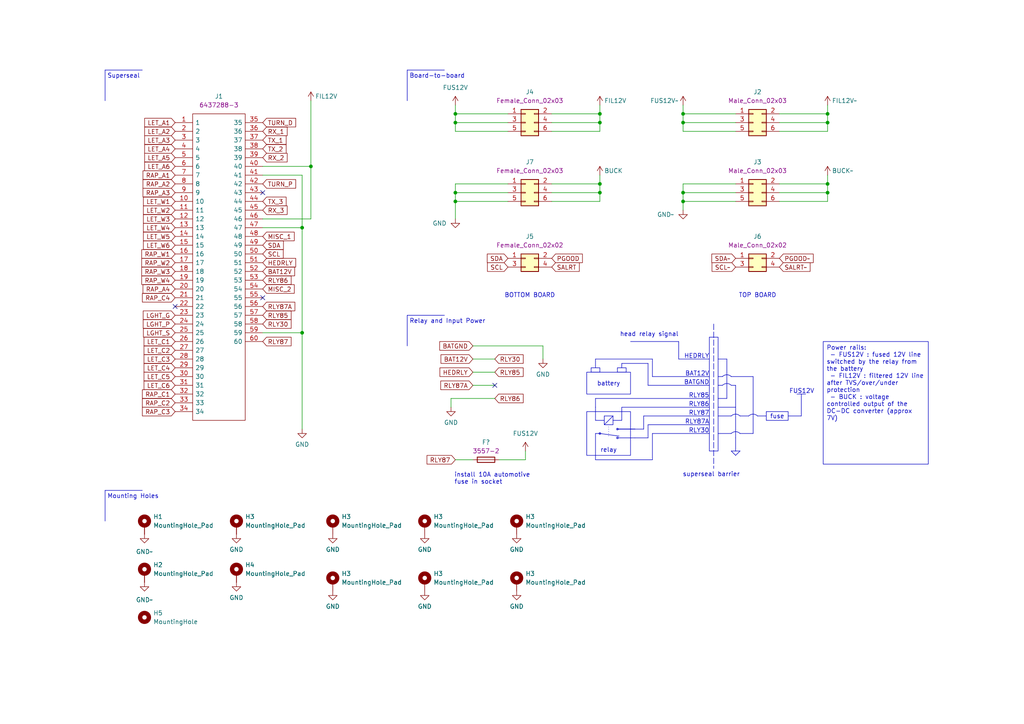
<source format=kicad_sch>
(kicad_sch (version 20230121) (generator eeschema)
  (paper "A4")
  (lib_symbols
    (symbol "Connector_Generic:Conn_02x02_Odd_Even" (pin_names (offset 1.016) hide)
      (property "Reference" "J" (at 1.27 2.54 0))
      (property "Value" "Conn_02x02_Odd_Even" (at 1.27 -5.08 0))
      (symbol "Conn_02x02_Odd_Even_1_1"
        (rectangle (start -1.27 -2.413) (end 0 -2.667) (stroke (width 0.1524)))
        (rectangle (start -1.27 0.127) (end 0 -0.127) (stroke (width 0.1524)))
        (rectangle (start -1.27 1.27) (end 3.81 -3.81) (stroke (width 0.254)) (fill (type background)))
        (rectangle (start 3.81 -2.413) (end 2.54 -2.667) (stroke (width 0.1524)))
        (rectangle (start 3.81 0.127) (end 2.54 -0.127) (stroke (width 0.1524)))
        (pin passive line (at -5.08 0 0) (length 3.81) (name "Pin_1") (number "1"))
        (pin passive line (at 7.62 0 180) (length 3.81) (name "Pin_2") (number "2"))
        (pin passive line (at -5.08 -2.54 0) (length 3.81) (name "Pin_3") (number "3"))
        (pin passive line (at 7.62 -2.54 180) (length 3.81) (name "Pin_4") (number "4"))
      )
    )
    (symbol "Connector_Generic:Conn_02x03_Odd_Even" (pin_names (offset 1.016) hide)
      (property "Reference" "J" (at 1.27 5.08 0))
      (property "Value" "Conn_02x03_Odd_Even" (at 1.27 -5.08 0))
      (symbol "Conn_02x03_Odd_Even_1_1"
        (rectangle (start -1.27 -2.413) (end 0 -2.667) (stroke (width 0.1524)))
        (rectangle (start -1.27 0.127) (end 0 -0.127) (stroke (width 0.1524)))
        (rectangle (start -1.27 2.667) (end 0 2.413) (stroke (width 0.1524)))
        (rectangle (start -1.27 3.81) (end 3.81 -3.81) (stroke (width 0.254)) (fill (type background)))
        (rectangle (start 3.81 -2.413) (end 2.54 -2.667) (stroke (width 0.1524)))
        (rectangle (start 3.81 0.127) (end 2.54 -0.127) (stroke (width 0.1524)))
        (rectangle (start 3.81 2.667) (end 2.54 2.413) (stroke (width 0.1524)))
        (pin passive line (at -5.08 2.54 0) (length 3.81) (name "Pin_1") (number "1"))
        (pin passive line (at 7.62 2.54 180) (length 3.81) (name "Pin_2") (number "2"))
        (pin passive line (at -5.08 0 0) (length 3.81) (name "Pin_3") (number "3"))
        (pin passive line (at 7.62 0 180) (length 3.81) (name "Pin_4") (number "4"))
        (pin passive line (at -5.08 -2.54 0) (length 3.81) (name "Pin_5") (number "5"))
        (pin passive line (at 7.62 -2.54 180) (length 3.81) (name "Pin_6") (number "6"))
      )
    )
    (symbol "Device:Fuse" (pin_numbers hide) (pin_names (offset 0))
      (property "Reference" "F" (at 2.032 0 90))
      (property "Value" "Fuse" (at -1.905 0 90))
      (symbol "Fuse_0_1"
        (rectangle (start -0.762 -2.54) (end 0.762 2.54) (stroke (width 0.254)))
        (polyline (pts (xy 0 2.54) (xy 0 -2.54)))
      )
      (symbol "Fuse_1_1"
        (pin passive line (at 0 3.81 270) (length 1.27) (name "~") (number "1"))
        (pin passive line (at 0 -3.81 90) (length 1.27) (name "~") (number "2"))
      )
    )
    (symbol "FIC Board-libraries:64372885" (pin_names (offset 0.762))
      (property "Reference" "J" (at 21.59 7.62 0))
      (property "Value" "64372885" (at 21.59 5.08 0))
      (symbol "64372885_0_0"
        (pin passive line (at 0 0 0) (length 5.08) (name "1") (number "1"))
        (pin passive line (at 0 -22.86 0) (length 5.08) (name "10") (number "10"))
        (pin passive line (at 0 -25.4 0) (length 5.08) (name "11") (number "11"))
        (pin passive line (at 0 -27.94 0) (length 5.08) (name "12") (number "12"))
        (pin passive line (at 0 -30.48 0) (length 5.08) (name "13") (number "13"))
        (pin passive line (at 0 -33.02 0) (length 5.08) (name "14") (number "14"))
        (pin passive line (at 0 -35.56 0) (length 5.08) (name "15") (number "15"))
        (pin passive line (at 0 -38.1 0) (length 5.08) (name "16") (number "16"))
        (pin passive line (at 0 -40.64 0) (length 5.08) (name "17") (number "17"))
        (pin passive line (at 0 -43.18 0) (length 5.08) (name "18") (number "18"))
        (pin passive line (at 0 -45.72 0) (length 5.08) (name "19") (number "19"))
        (pin passive line (at 0 -2.54 0) (length 5.08) (name "2") (number "2"))
        (pin passive line (at 0 -48.26 0) (length 5.08) (name "20") (number "20"))
        (pin passive line (at 0 -50.8 0) (length 5.08) (name "21") (number "21"))
        (pin passive line (at 0 -53.34 0) (length 5.08) (name "22") (number "22"))
        (pin passive line (at 0 -55.88 0) (length 5.08) (name "23") (number "23"))
        (pin passive line (at 0 -58.42 0) (length 5.08) (name "24") (number "24"))
        (pin passive line (at 0 -60.96 0) (length 5.08) (name "25") (number "25"))
        (pin passive line (at 0 -63.5 0) (length 5.08) (name "26") (number "26"))
        (pin passive line (at 0 -66.04 0) (length 5.08) (name "27") (number "27"))
        (pin passive line (at 0 -68.58 0) (length 5.08) (name "28") (number "28"))
        (pin passive line (at 0 -71.12 0) (length 5.08) (name "29") (number "29"))
        (pin passive line (at 0 -5.08 0) (length 5.08) (name "3") (number "3"))
        (pin passive line (at 0 -73.66 0) (length 5.08) (name "30") (number "30"))
        (pin passive line (at 0 -76.2 0) (length 5.08) (name "31") (number "31"))
        (pin passive line (at 0 -78.74 0) (length 5.08) (name "32") (number "32"))
        (pin passive line (at 25.4 0 180) (length 5.08) (name "35") (number "35"))
        (pin passive line (at 25.4 -2.54 180) (length 5.08) (name "36") (number "36"))
        (pin passive line (at 25.4 -5.08 180) (length 5.08) (name "37") (number "37"))
        (pin passive line (at 25.4 -7.62 180) (length 5.08) (name "38") (number "38"))
        (pin passive line (at 25.4 -10.16 180) (length 5.08) (name "39") (number "39"))
        (pin passive line (at 0 -7.62 0) (length 5.08) (name "4") (number "4"))
        (pin passive line (at 25.4 -12.7 180) (length 5.08) (name "40") (number "40"))
        (pin passive line (at 25.4 -15.24 180) (length 5.08) (name "41") (number "41"))
        (pin passive line (at 25.4 -17.78 180) (length 5.08) (name "42") (number "42"))
        (pin passive line (at 25.4 -20.32 180) (length 5.08) (name "43") (number "43"))
        (pin passive line (at 25.4 -22.86 180) (length 5.08) (name "44") (number "44"))
        (pin passive line (at 25.4 -25.4 180) (length 5.08) (name "45") (number "45"))
        (pin passive line (at 25.4 -27.94 180) (length 5.08) (name "46") (number "46"))
        (pin passive line (at 25.4 -30.48 180) (length 5.08) (name "47") (number "47"))
        (pin passive line (at 25.4 -33.02 180) (length 5.08) (name "48") (number "48"))
        (pin passive line (at 25.4 -35.56 180) (length 5.08) (name "49") (number "49"))
        (pin passive line (at 0 -10.16 0) (length 5.08) (name "5") (number "5"))
        (pin passive line (at 25.4 -38.1 180) (length 5.08) (name "50") (number "50"))
        (pin passive line (at 25.4 -40.64 180) (length 5.08) (name "51") (number "51"))
        (pin passive line (at 25.4 -43.18 180) (length 5.08) (name "52") (number "52"))
        (pin passive line (at 25.4 -45.72 180) (length 5.08) (name "53") (number "53"))
        (pin passive line (at 25.4 -48.26 180) (length 5.08) (name "54") (number "54"))
        (pin passive line (at 25.4 -50.8 180) (length 5.08) (name "55") (number "55"))
        (pin passive line (at 25.4 -53.34 180) (length 5.08) (name "56") (number "56"))
        (pin passive line (at 25.4 -55.88 180) (length 5.08) (name "57") (number "57"))
        (pin passive line (at 25.4 -58.42 180) (length 5.08) (name "58") (number "58"))
        (pin passive line (at 25.4 -60.96 180) (length 5.08) (name "59") (number "59"))
        (pin passive line (at 0 -12.7 0) (length 5.08) (name "6") (number "6"))
        (pin passive line (at 25.4 -63.5 180) (length 5.08) (name "60") (number "60"))
        (pin passive line (at 0 -15.24 0) (length 5.08) (name "7") (number "7"))
        (pin passive line (at 0 -17.78 0) (length 5.08) (name "8") (number "8"))
        (pin passive line (at 0 -20.32 0) (length 5.08) (name "9") (number "9"))
      )
      (symbol "64372885_0_1"
        (polyline (pts (xy 5.08 2.54) (xy 20.32 2.54) (xy 20.32 -86.36) (xy 5.08 -86.36) (xy 5.08 2.54)) (stroke (width 0.1524)))
      )
      (symbol "64372885_1_0"
        (pin passive line (at 0 -81.28 0) (length 5.08) (name "33") (number "33"))
        (pin passive line (at 0 -83.82 0) (length 5.08) (name "34") (number "34"))
      )
    )
    (symbol "FIC Board-libraries:BUCK" (power) (in_bom no) (on_board no)
      (property "Value" "BUCK" (at 0 3.556 0))
      (symbol "BUCK_0_1"
        (polyline (pts (xy -0.762 1.27) (xy 0 2.54)))
        (polyline (pts (xy 0 0) (xy 0 2.54)))
        (polyline (pts (xy 0 2.54) (xy 0.762 1.27)))
      )
      (symbol "BUCK_1_1"
        (pin power_in line (at 0 0 90) (length 2.54) hide (name "BUCK") (number "1"))
      )
    )
    (symbol "FIC Board-libraries:BUCK~" (power) (in_bom no) (on_board no)
      (property "Value" "BUCK~" (at 0 3.556 0))
      (symbol "BUCK~_0_1"
        (polyline (pts (xy -0.762 1.27) (xy 0 2.54)))
        (polyline (pts (xy 0 0) (xy 0 2.54)))
        (polyline (pts (xy 0 2.54) (xy 0.762 1.27)))
      )
      (symbol "BUCK~_1_1"
        (pin power_in line (at 0 0 90) (length 2.54) hide (name "BUCK~") (number "1"))
      )
    )
    (symbol "FIC Board-libraries:FIL12V" (power) (in_bom no) (on_board no)
      (property "Value" "FIL12V" (at 0 3.556 0))
      (symbol "FIL12V_0_1"
        (polyline (pts (xy -0.762 1.27) (xy 0 2.54)))
        (polyline (pts (xy 0 0) (xy 0 2.54)))
        (polyline (pts (xy 0 2.54) (xy 0.762 1.27)))
      )
      (symbol "FIL12V_1_1"
        (pin power_in line (at 0 0 90) (length 2.54) hide (name "FIL12V") (number "1"))
      )
    )
    (symbol "FIC Board-libraries:FIL12V~" (power) (in_bom no) (on_board no)
      (property "Value" "FIL12V~" (at 0 3.556 0))
      (symbol "FIL12V~_0_1"
        (polyline (pts (xy -0.762 1.27) (xy 0 2.54)))
        (polyline (pts (xy 0 0) (xy 0 2.54)))
        (polyline (pts (xy 0 2.54) (xy 0.762 1.27)))
      )
      (symbol "FIL12V~_1_1"
        (pin power_in line (at 0 0 90) (length 2.54) hide (name "FIL12V~") (number "1"))
      )
    )
    (symbol "FIC Board-libraries:FUS12V" (power) (in_bom no) (on_board no)
      (property "Value" "FUS12V" (at 0 3.556 0))
      (symbol "FUS12V_0_1"
        (polyline (pts (xy -0.762 1.27) (xy 0 2.54)))
        (polyline (pts (xy 0 0) (xy 0 2.54)))
        (polyline (pts (xy 0 2.54) (xy 0.762 1.27)))
      )
      (symbol "FUS12V_1_1"
        (pin power_in line (at 0 0 90) (length 2.54) hide (name "FUS12V") (number "1"))
      )
    )
    (symbol "FIC Board-libraries:FUS12V~" (power) (in_bom no) (on_board no)
      (property "Value" "FUS12V~" (at 0 3.556 0))
      (symbol "FUS12V~_0_1"
        (polyline (pts (xy -0.762 1.27) (xy 0 2.54)))
        (polyline (pts (xy 0 0) (xy 0 2.54)))
        (polyline (pts (xy 0 2.54) (xy 0.762 1.27)))
      )
      (symbol "FUS12V~_1_1"
        (pin power_in line (at 0 0 90) (length 2.54) hide (name "FUS12V~") (number "1"))
      )
    )
    (symbol "FIC Board-libraries:GND~" (power) (pin_names (offset 0))
      (property "Value" "GND~" (at 0 -3.81 0))
      (symbol "GND~_0_1"
        (polyline (pts (xy 0 0) (xy 0 -1.27) (xy 1.27 -1.27) (xy 0 -2.54) (xy -1.27 -1.27) (xy 0 -1.27)))
      )
      (symbol "GND~_1_1"
        (pin power_in line (at 0 0 270) (length 0) hide (name "GND~") (number "1"))
      )
    )
    (symbol "Mechanical:MountingHole" (pin_names (offset 1.016))
      (property "Reference" "H" (at 0 5.08 0))
      (property "Value" "MountingHole" (at 0 3.175 0))
      (symbol "MountingHole_0_1"
        (circle (center 0 0) (radius 1.27) (stroke (width 1.27)))
      )
    )
    (symbol "Mechanical:MountingHole_Pad" (pin_numbers hide) (pin_names (offset 1.016) hide)
      (property "Reference" "H" (at 0 6.35 0))
      (property "Value" "MountingHole_Pad" (at 0 4.445 0))
      (symbol "MountingHole_Pad_0_1"
        (circle (center 0 1.27) (radius 1.27) (stroke (width 1.27)))
      )
      (symbol "MountingHole_Pad_1_1"
        (pin input line (at 0 -2.54 90) (length 2.54) (name "1") (number "1"))
      )
    )
    (symbol "power:GND" (power) (pin_names (offset 0))
      (property "Value" "GND" (at 0 -3.81 0))
      (symbol "GND_0_1"
        (polyline (pts (xy 0 0) (xy 0 -1.27) (xy 1.27 -1.27) (xy 0 -2.54) (xy -1.27 -1.27) (xy 0 -1.27)))
      )
      (symbol "GND_1_1"
        (pin power_in line (at 0 0 270) (length 0) hide (name "GND") (number "1"))
      )
    )
  )
  (junction (at 240.03 35.56))
  (junction (at 132.08 55.88))
  (junction (at 198.12 33.02))
  (junction (at 87.63 66.04))
  (junction (at 198.12 35.56))
  (junction (at 198.12 55.88))
  (junction (at 90.17 48.26))
  (junction (at 87.63 96.52))
  (junction (at 173.99 33.02))
  (junction (at 240.03 55.88))
  (junction (at 132.08 58.42))
  (junction (at 240.03 53.34))
  (junction (at 132.08 35.56))
  (junction (at 240.03 33.02))
  (junction (at 173.99 55.88))
  (junction (at 132.08 33.02))
  (junction (at 173.99 53.34))
  (junction (at 173.99 35.56))
  (junction (at 198.12 58.42))
  (no_connect (at 76.2 55.88))
  (no_connect (at 76.2 86.36))
  (no_connect (at 143.51 111.76))
  (no_connect (at 50.8 88.9))
  (polyline (pts (xy 173.99 125.73) (xy 179.578 126.492)))
  (polyline (pts (xy 172.72 115.57) (xy 205.74 115.57)))
  (wire (pts (xy 137.16 111.76) (xy 143.51 111.76)))
  (polyline (pts (xy 212.09 130.81) (xy 213.36 132.08)))
  (wire (pts (xy 226.06 58.42) (xy 240.03 58.42)))
  (wire (pts (xy 132.08 38.1) (xy 147.32 38.1)))
  (polyline (pts (xy 213.36 127) (xy 213.36 118.11)))
  (polyline (pts (xy 30.48 142.24) (xy 41.275 142.24)))
  (polyline (pts (xy 208.28 115.57) (xy 210.82 115.57)))
  (wire (pts (xy 76.2 96.52) (xy 87.63 96.52)))
  (polyline (pts (xy 208.28 104.14) (xy 210.82 104.14)))
  (wire (pts (xy 157.48 104.14) (xy 157.48 100.33)))
  (polyline (pts (xy 186.69 120.65) (xy 205.74 120.65)))
  (polyline (pts (xy 177.8 121.92) (xy 180.34 121.92)))
  (wire (pts (xy 173.99 35.56) (xy 160.02 35.56)))
  (polyline (pts (xy 186.69 124.46) (xy 186.69 120.65)))
  (wire (pts (xy 198.12 58.42) (xy 198.12 60.96)))
  (polyline (pts (xy 172.72 118.11) (xy 172.72 121.92)))
  (polyline (pts (xy 205.74 104.14) (xy 196.85 104.14)))
  (wire (pts (xy 76.2 50.8) (xy 87.63 50.8)))
  (wire (pts (xy 173.99 35.56) (xy 173.99 38.1)))
  (wire (pts (xy 130.81 115.57) (xy 143.51 115.57)))
  (polyline (pts (xy 208.28 125.73) (xy 212.09 125.73)))
  (wire (pts (xy 240.03 35.56) (xy 226.06 35.56)))
  (wire (pts (xy 132.08 58.42) (xy 147.32 58.42)))
  (wire (pts (xy 240.03 30.48) (xy 240.03 33.02)))
  (wire (pts (xy 76.2 63.5) (xy 90.17 63.5)))
  (wire (pts (xy 87.63 96.52) (xy 87.63 124.46)))
  (polyline (pts (xy 189.23 125.73) (xy 205.74 125.73)))
  (polyline (pts (xy 208.28 118.11) (xy 213.36 118.11)))
  (polyline (pts (xy 187.96 105.41) (xy 180.34 105.41)))
  (polyline (pts (xy 175.26 123.19) (xy 177.8 120.65)))
  (wire (pts (xy 87.63 50.8) (xy 87.63 66.04)))
  (polyline (pts (xy 118.11 20.32) (xy 118.11 29.21)))
  (wire (pts (xy 173.99 55.88) (xy 173.99 58.42)))
  (wire (pts (xy 76.2 66.04) (xy 87.63 66.04)))
  (wire (pts (xy 198.12 33.02) (xy 198.12 35.56)))
  (wire (pts (xy 132.08 133.35) (xy 137.16 133.35)))
  (polyline (pts (xy 180.34 118.11) (xy 180.34 121.92)))
  (wire (pts (xy 240.03 50.8) (xy 240.03 53.34)))
  (polyline (pts (xy 179.07 127) (xy 184.15 127)))
  (polyline (pts (xy 210.82 104.14) (xy 210.82 115.57)))
  (polyline (pts (xy 175.26 121.92) (xy 172.72 121.92)))
  (wire (pts (xy 198.12 58.42) (xy 213.36 58.42)))
  (wire (pts (xy 87.63 66.04) (xy 87.63 96.52)))
  (polyline (pts (xy 189.23 133.35) (xy 189.23 125.73)))
  (polyline (pts (xy 182.88 99.06) (xy 196.85 99.06)))
  (polyline (pts (xy 208.28 111.76) (xy 209.55 111.76)))
  (wire (pts (xy 198.12 55.88) (xy 198.12 58.42)))
  (wire (pts (xy 173.99 33.02) (xy 173.99 35.56)))
  (wire (pts (xy 132.08 33.02) (xy 132.08 35.56)))
  (wire (pts (xy 226.06 38.1) (xy 240.03 38.1)))
  (wire (pts (xy 160.02 38.1) (xy 173.99 38.1)))
  (wire (pts (xy 240.03 55.88) (xy 240.03 58.42)))
  (wire (pts (xy 173.99 30.48) (xy 173.99 33.02)))
  (wire (pts (xy 173.99 55.88) (xy 173.99 53.34)))
  (polyline (pts (xy 172.72 106.68) (xy 172.72 104.14)))
  (polyline (pts (xy 214.63 125.73) (xy 218.44 125.73)))
  (polyline (pts (xy 30.48 20.32) (xy 41.275 20.32)))
  (polyline (pts (xy 172.72 133.35) (xy 189.23 133.35)))
  (polyline (pts (xy 231.14 114.3) (xy 233.68 114.3)))
  (polyline (pts (xy 172.72 104.14) (xy 189.23 104.14)))
  (wire (pts (xy 173.99 53.34) (xy 160.02 53.34)))
  (polyline (pts (xy 228.6 120.65) (xy 232.41 120.65)))
  (wire (pts (xy 173.99 50.8) (xy 173.99 53.34)))
  (polyline (pts (xy 172.72 118.11) (xy 172.72 115.57)))
  (wire (pts (xy 198.12 30.48) (xy 198.12 33.02)))
  (wire (pts (xy 132.08 55.88) (xy 132.08 58.42)))
  (wire (pts (xy 240.03 33.02) (xy 226.06 33.02)))
  (polyline (pts (xy 213.36 127) (xy 213.36 130.81)))
  (polyline (pts (xy 208.28 120.65) (xy 212.09 120.65)))
  (wire (pts (xy 132.08 35.56) (xy 147.32 35.56)))
  (polyline (pts (xy 184.15 127) (xy 187.96 127)))
  (polyline (pts (xy 214.63 120.65) (xy 217.17 120.65)))
  (polyline (pts (xy 207.01 93.98) (xy 207.01 135.89)) (stroke (width 0) (type dash)))
  (polyline (pts (xy 172.72 133.35) (xy 172.72 125.73)))
  (polyline (pts (xy 212.09 130.81) (xy 213.36 130.81)))
  (wire (pts (xy 144.78 133.35) (xy 152.4 133.35)))
  (polyline (pts (xy 205.74 111.76) (xy 187.96 111.76)))
  (polyline (pts (xy 176.53 123.19) (xy 176.53 127)) (stroke (width 0) (type dot)))
  (wire (pts (xy 198.12 53.34) (xy 198.12 55.88)))
  (polyline (pts (xy 219.71 120.65) (xy 222.25 120.65)))
  (wire (pts (xy 76.2 48.26) (xy 90.17 48.26)))
  (polyline (pts (xy 179.07 124.46) (xy 184.15 124.46)))
  (polyline (pts (xy 212.09 109.22) (xy 218.44 109.22)))
  (polyline (pts (xy 232.41 114.3) (xy 232.41 120.65)))
  (polyline (pts (xy 184.15 124.46) (xy 186.69 124.46)))
  (wire (pts (xy 137.16 100.33) (xy 157.48 100.33)))
  (wire (pts (xy 132.08 58.42) (xy 132.08 63.5)))
  (polyline (pts (xy 189.23 109.22) (xy 205.74 109.22)))
  (wire (pts (xy 198.12 35.56) (xy 213.36 35.56)))
  (wire (pts (xy 132.08 53.34) (xy 147.32 53.34)))
  (polyline (pts (xy 212.09 111.76) (xy 213.36 111.76)))
  (wire (pts (xy 132.08 33.02) (xy 147.32 33.02)))
  (polyline (pts (xy 187.96 111.76) (xy 187.96 105.41)))
  (wire (pts (xy 132.08 55.88) (xy 147.32 55.88)))
  (wire (pts (xy 90.17 48.26) (xy 90.17 63.5)))
  (polyline (pts (xy 180.34 105.41) (xy 180.34 106.68)))
  (wire (pts (xy 137.16 104.14) (xy 143.51 104.14)))
  (wire (pts (xy 240.03 33.02) (xy 240.03 35.56)))
  (wire (pts (xy 198.12 53.34) (xy 213.36 53.34)))
  (wire (pts (xy 137.16 107.95) (xy 143.51 107.95)))
  (polyline (pts (xy 187.96 123.19) (xy 205.74 123.19)))
  (wire (pts (xy 240.03 55.88) (xy 240.03 53.34)))
  (polyline (pts (xy 30.48 142.24) (xy 30.48 151.13)))
  (polyline (pts (xy 218.44 125.73) (xy 218.44 109.22)))
  (polyline (pts (xy 196.85 104.14) (xy 196.85 99.06)))
  (polyline (pts (xy 189.23 104.14) (xy 189.23 109.22)))
  (wire (pts (xy 173.99 33.02) (xy 160.02 33.02)))
  (wire (pts (xy 226.06 55.88) (xy 240.03 55.88)))
  (wire (pts (xy 198.12 33.02) (xy 213.36 33.02)))
  (polyline (pts (xy 180.34 118.11) (xy 205.74 118.11)))
  (wire (pts (xy 240.03 35.56) (xy 240.03 38.1)))
  (polyline (pts (xy 118.11 20.32) (xy 128.905 20.32)))
  (wire (pts (xy 132.08 30.48) (xy 132.08 33.02)))
  (wire (pts (xy 160.02 58.42) (xy 173.99 58.42)))
  (polyline (pts (xy 208.28 109.22) (xy 209.55 109.22)))
  (polyline (pts (xy 213.36 132.08) (xy 214.63 130.81)))
  (wire (pts (xy 152.4 133.35) (xy 152.4 130.81)))
  (wire (pts (xy 132.08 53.34) (xy 132.08 55.88)))
  (polyline (pts (xy 173.99 125.73) (xy 172.72 125.73)))
  (polyline (pts (xy 213.36 130.81) (xy 214.63 130.81)))
  (wire (pts (xy 160.02 55.88) (xy 173.99 55.88)))
  (polyline (pts (xy 30.48 20.32) (xy 30.48 29.21)))
  (wire (pts (xy 130.81 115.57) (xy 130.81 118.11)))
  (wire (pts (xy 240.03 53.34) (xy 226.06 53.34)))
  (wire (pts (xy 198.12 35.56) (xy 198.12 38.1)))
  (wire (pts (xy 132.08 35.56) (xy 132.08 38.1)))
  (polyline (pts (xy 118.11 91.44) (xy 118.11 100.33)))
  (wire (pts (xy 198.12 38.1) (xy 213.36 38.1)))
  (wire (pts (xy 198.12 55.88) (xy 213.36 55.88)))
  (polyline (pts (xy 213.36 118.11) (xy 213.36 111.76)))
  (polyline (pts (xy 179.07 124.46) (xy 184.15 124.46)))
  (wire (pts (xy 90.17 29.21) (xy 90.17 48.26)))
  (polyline (pts (xy 187.96 127) (xy 187.96 123.19)))
  (polyline (pts (xy 118.11 91.44) (xy 128.905 91.44)))
  (rectangle (start 175.26 120.65) (end 177.8 123.19))
  (rectangle (start 179.07 106.68) (end 181.61 107.95) (fill (type color)))
  (arc (start 217.17 120.6498) (mid 218.44 120.1238) (end 219.71 120.6498))
  (circle (center 173.99 125.73) (radius 0.254))
  (arc (start 212.09 125.73) (mid 213.36 125.204) (end 214.63 125.73))
  (rectangle (start 205.74 97.79) (end 208.28 130.81))
  (arc (start 212.09 120.6498) (mid 213.36 120.1238) (end 214.63 120.6498))
  (circle (center 179.07 124.46) (radius 0.254))
  (rectangle (start 171.45 106.68) (end 173.99 107.95))
  (arc (start 209.55 111.76) (mid 210.82 111.234) (end 212.09 111.76))
  (circle (center 179.07 127) (radius 0.254))
  (arc (start 209.55 109.22) (mid 210.82 108.694) (end 212.09 109.22))
  (text_box "fuse" (at 222.25 119.38 0) (size 6.35 2.54) (effects (font (size 1.27 1.27))))
  (text_box "relay" (at 170.18 119.38 0) (size 12.7 12.7) (effects (font (size 1.27 1.27)) (justify bottom)))
  (text_box "battery" (at 170.18 107.95 0) (size 12.7 6.35) (effects (font (size 1.27 1.27))))
  (text_box "install 10A automotive fuse in socket" (at 130.81 135.89 0) (size 24.13 8.89) (stroke (width -0.0001)) (effects (font (size 1.27 1.27)) (justify left top)))
  (text_box "BOTTOM BOARD" (at 142.24 83.82 0) (size 22.86 3.81) (stroke (width -0.0001)) (effects (font (size 1.27 1.27)) (justify top)))
  (text_box "TOP BOARD" (at 208.28 83.82 0) (size 22.86 3.81) (stroke (width -0.0001)) (effects (font (size 1.27 1.27)) (justify top)))
  (text_box "Power rails:\n - FUS12V : fused 12V line switched by the relay from the battery\n - FIL12V : filtered 12V line after TVS/over/under protection\n - BUCK : voltage controlled output of the DC-DC converter (approx 7V)" (at 238.76 99.06 0) (size 30.48 35.56) (effects (font (size 1.27 1.27)) (justify left top)))
  (text "Board-to-board" (at 118.745 22.86 0) (effects (font (size 1.27 1.27)) (justify left bottom)))
  (text "Mounting Holes" (at 31.115 144.78 0) (effects (font (size 1.27 1.27)) (justify left bottom)))
  (text "BATGND" (at 205.74 111.76 0) (effects (font (size 1.27 1.27)) (justify right bottom)))
  (text "RLY87" (at 205.74 120.65 0) (effects (font (size 1.27 1.27)) (justify right bottom)))
  (text "BAT12V" (at 205.74 109.22 0) (effects (font (size 1.27 1.27)) (justify right bottom)))
  (text "RLY86" (at 205.74 118.11 0) (effects (font (size 1.27 1.27)) (justify right bottom)))
  (text "head relay signal" (at 196.85 97.79 0) (effects (font (size 1.27 1.27)) (justify right bottom)))
  (text "superseal barrier" (at 214.63 138.43 0) (effects (font (size 1.27 1.27)) (justify right bottom)))
  (text "HEDRLY" (at 205.74 104.14 0) (effects (font (size 1.27 1.27)) (justify right bottom)))
  (text "FUS12V" (at 236.22 114.3 0) (effects (font (size 1.27 1.27)) (justify right bottom)))
  (text "RLY30" (at 205.74 125.73 0) (effects (font (size 1.27 1.27)) (justify right bottom)))
  (text "RLY87A" (at 205.74 123.19 0) (effects (font (size 1.27 1.27)) (justify right bottom)))
  (text "Superseal" (at 31.115 22.86 0) (effects (font (size 1.27 1.27)) (justify left bottom)))
  (text "Relay and Input Power" (at 118.745 93.98 0) (effects (font (size 1.27 1.27)) (justify left bottom)))
  (text "RLY85" (at 205.74 115.57 0) (effects (font (size 1.27 1.27)) (justify right bottom)))
  (global_label "LET_A4" (shape input) (at 50.8 43.18 180) (property "Intersheetrefs" "${INTERSHEET_REFS}" (effects hide)))
  (global_label "TX_1" (shape input) (at 76.2 40.64 0) (property "Intersheetrefs" "${INTERSHEET_REFS}" (effects hide)))
  (global_label "RLY86" (shape input) (at 76.2 81.28 0) (property "Intersheetrefs" "${INTERSHEET_REFS}" (effects hide)))
  (global_label "SALRT" (shape input) (at 160.02 77.47 0) (property "Intersheetrefs" "${INTERSHEET_REFS}" (effects hide)))
  (global_label "SCL~" (shape input) (at 213.36 77.47 180) (property "Intersheetrefs" "${INTERSHEET_REFS}" (effects hide)))
  (global_label "LET_C2" (shape input) (at 50.8 101.6 180) (property "Intersheetrefs" "${INTERSHEET_REFS}" (effects hide)))
  (global_label "RLY30" (shape input) (at 143.51 104.14 0) (property "Intersheetrefs" "${INTERSHEET_REFS}" (effects hide)))
  (global_label "RLY87A" (shape input) (at 137.16 111.76 180) (property "Intersheetrefs" "${INTERSHEET_REFS}" (effects hide)))
  (global_label "RLY85" (shape input) (at 76.2 91.44 0) (property "Intersheetrefs" "${INTERSHEET_REFS}" (effects hide)))
  (global_label "LET_A1" (shape input) (at 50.8 35.56 180) (property "Intersheetrefs" "${INTERSHEET_REFS}" (effects hide)))
  (global_label "RAP_C3" (shape input) (at 50.8 119.38 180) (property "Intersheetrefs" "${INTERSHEET_REFS}" (effects hide)))
  (global_label "BATGND" (shape input) (at 137.16 100.33 180) (property "Intersheetrefs" "${INTERSHEET_REFS}" (effects hide)))
  (global_label "RX_1" (shape input) (at 76.2 38.1 0) (property "Intersheetrefs" "${INTERSHEET_REFS}" (effects hide)))
  (global_label "HEDRLY" (shape input) (at 137.16 107.95 180) (property "Intersheetrefs" "${INTERSHEET_REFS}" (effects hide)))
  (global_label "LGHT_S" (shape input) (at 50.8 96.52 180) (property "Intersheetrefs" "${INTERSHEET_REFS}" (effects hide)))
  (global_label "RAP_W3" (shape input) (at 50.8 78.74 180) (property "Intersheetrefs" "${INTERSHEET_REFS}" (effects hide)))
  (global_label "LET_W3" (shape input) (at 50.8 63.5 180) (property "Intersheetrefs" "${INTERSHEET_REFS}" (effects hide)))
  (global_label "SALRT~" (shape input) (at 226.06 77.47 0) (property "Intersheetrefs" "${INTERSHEET_REFS}" (effects hide)))
  (global_label "LGHT_P" (shape input) (at 50.8 93.98 180) (property "Intersheetrefs" "${INTERSHEET_REFS}" (effects hide)))
  (global_label "LET_C5" (shape input) (at 50.8 109.22 180) (property "Intersheetrefs" "${INTERSHEET_REFS}" (effects hide)))
  (global_label "RLY87" (shape input) (at 132.08 133.35 180) (property "Intersheetrefs" "${INTERSHEET_REFS}" (effects hide)))
  (global_label "LET_A5" (shape input) (at 50.8 45.72 180) (property "Intersheetrefs" "${INTERSHEET_REFS}" (effects hide)))
  (global_label "PGOOD~" (shape input) (at 226.06 74.93 0) (property "Intersheetrefs" "${INTERSHEET_REFS}" (effects hide)))
  (global_label "RX_3" (shape input) (at 76.2 60.96 0) (property "Intersheetrefs" "${INTERSHEET_REFS}" (effects hide)))
  (global_label "RAP_C2" (shape input) (at 50.8 116.84 180) (property "Intersheetrefs" "${INTERSHEET_REFS}" (effects hide)))
  (global_label "RAP_A2" (shape input) (at 50.8 53.34 180) (property "Intersheetrefs" "${INTERSHEET_REFS}" (effects hide)))
  (global_label "RAP_A3" (shape input) (at 50.8 55.88 180) (property "Intersheetrefs" "${INTERSHEET_REFS}" (effects hide)))
  (global_label "LET_W5" (shape input) (at 50.8 68.58 180) (property "Intersheetrefs" "${INTERSHEET_REFS}" (effects hide)))
  (global_label "RAP_W4" (shape input) (at 50.8 81.28 180) (property "Intersheetrefs" "${INTERSHEET_REFS}" (effects hide)))
  (global_label "SDA" (shape input) (at 147.32 74.93 180) (property "Intersheetrefs" "${INTERSHEET_REFS}" (effects hide)))
  (global_label "SCL" (shape input) (at 147.32 77.47 180) (property "Intersheetrefs" "${INTERSHEET_REFS}" (effects hide)))
  (global_label "MISC_1" (shape input) (at 76.2 68.58 0) (property "Intersheetrefs" "${INTERSHEET_REFS}" (effects hide)))
  (global_label "LGHT_G" (shape input) (at 50.8 91.44 180) (property "Intersheetrefs" "${INTERSHEET_REFS}" (effects hide)))
  (global_label "LET_A3" (shape input) (at 50.8 40.64 180) (property "Intersheetrefs" "${INTERSHEET_REFS}" (effects hide)))
  (global_label "TURN_P" (shape input) (at 76.2 53.34 0) (property "Intersheetrefs" "${INTERSHEET_REFS}" (effects hide)))
  (global_label "MISC_2" (shape input) (at 76.2 83.82 0) (property "Intersheetrefs" "${INTERSHEET_REFS}" (effects hide)))
  (global_label "RAP_C4" (shape input) (at 50.8 86.36 180) (property "Intersheetrefs" "${INTERSHEET_REFS}" (effects hide)))
  (global_label "RAP_C1" (shape input) (at 50.8 114.3 180) (property "Intersheetrefs" "${INTERSHEET_REFS}" (effects hide)))
  (global_label "RAP_W2" (shape input) (at 50.8 76.2 180) (property "Intersheetrefs" "${INTERSHEET_REFS}" (effects hide)))
  (global_label "RLY87A" (shape input) (at 76.2 88.9 0) (property "Intersheetrefs" "${INTERSHEET_REFS}" (effects hide)))
  (global_label "LET_C4" (shape input) (at 50.8 106.68 180) (property "Intersheetrefs" "${INTERSHEET_REFS}" (effects hide)))
  (global_label "LET_W4" (shape input) (at 50.8 66.04 180) (property "Intersheetrefs" "${INTERSHEET_REFS}" (effects hide)))
  (global_label "LET_W6" (shape input) (at 50.8 71.12 180) (property "Intersheetrefs" "${INTERSHEET_REFS}" (effects hide)))
  (global_label "SCL" (shape input) (at 76.2 73.66 0) (property "Intersheetrefs" "${INTERSHEET_REFS}" (effects hide)))
  (global_label "LET_A2" (shape input) (at 50.8 38.1 180) (property "Intersheetrefs" "${INTERSHEET_REFS}" (effects hide)))
  (global_label "SDA" (shape input) (at 76.2 71.12 0) (property "Intersheetrefs" "${INTERSHEET_REFS}" (effects hide)))
  (global_label "BAT12V" (shape input) (at 137.16 104.14 180) (property "Intersheetrefs" "${INTERSHEET_REFS}" (effects hide)))
  (global_label "LET_A6" (shape input) (at 50.8 48.26 180) (property "Intersheetrefs" "${INTERSHEET_REFS}" (effects hide)))
  (global_label "RAP_W1" (shape input) (at 50.8 73.66 180) (property "Intersheetrefs" "${INTERSHEET_REFS}" (effects hide)))
  (global_label "RLY86" (shape input) (at 143.51 115.57 0) (property "Intersheetrefs" "${INTERSHEET_REFS}" (effects hide)))
  (global_label "PGOOD" (shape input) (at 160.02 74.93 0) (property "Intersheetrefs" "${INTERSHEET_REFS}" (effects hide)))
  (global_label "HEDRLY" (shape input) (at 76.2 76.2 0) (property "Intersheetrefs" "${INTERSHEET_REFS}" (effects hide)))
  (global_label "RX_2" (shape input) (at 76.2 45.72 0) (property "Intersheetrefs" "${INTERSHEET_REFS}" (effects hide)))
  (global_label "RAP_A4" (shape input) (at 50.8 83.82 180) (property "Intersheetrefs" "${INTERSHEET_REFS}" (effects hide)))
  (global_label "LET_C3" (shape input) (at 50.8 104.14 180) (property "Intersheetrefs" "${INTERSHEET_REFS}" (effects hide)))
  (global_label "TURN_D" (shape input) (at 76.2 35.56 0) (property "Intersheetrefs" "${INTERSHEET_REFS}" (effects hide)))
  (global_label "RLY85" (shape input) (at 143.51 107.95 0) (property "Intersheetrefs" "${INTERSHEET_REFS}" (effects hide)))
  (global_label "TX_3" (shape input) (at 76.2 58.42 0) (property "Intersheetrefs" "${INTERSHEET_REFS}" (effects hide)))
  (global_label "LET_W2" (shape input) (at 50.8 60.96 180) (property "Intersheetrefs" "${INTERSHEET_REFS}" (effects hide)))
  (global_label "BAT12V" (shape input) (at 76.2 78.74 0) (property "Intersheetrefs" "${INTERSHEET_REFS}" (effects hide)))
  (global_label "SDA~" (shape input) (at 213.36 74.93 180) (property "Intersheetrefs" "${INTERSHEET_REFS}" (effects hide)))
  (global_label "LET_C6" (shape input) (at 50.8 111.76 180) (property "Intersheetrefs" "${INTERSHEET_REFS}" (effects hide)))
  (global_label "LET_C1" (shape input) (at 50.8 99.06 180) (property "Intersheetrefs" "${INTERSHEET_REFS}" (effects hide)))
  (global_label "RLY87" (shape input) (at 76.2 99.06 0) (property "Intersheetrefs" "${INTERSHEET_REFS}" (effects hide)))
  (global_label "RAP_A1" (shape input) (at 50.8 50.8 180) (property "Intersheetrefs" "${INTERSHEET_REFS}" (effects hide)))
  (global_label "TX_2" (shape input) (at 76.2 43.18 0) (property "Intersheetrefs" "${INTERSHEET_REFS}" (effects hide)))
  (global_label "LET_W1" (shape input) (at 50.8 58.42 180) (property "Intersheetrefs" "${INTERSHEET_REFS}" (effects hide)))
  (global_label "RLY30" (shape input) (at 76.2 93.98 0) (property "Intersheetrefs" "${INTERSHEET_REFS}" (effects hide)))
  (symbol (lib_id "power:GND") (at 68.58 154.94 0) (mirror y) (unit 1)
    (property "Reference" "#PWR024" (effects hide))
    (property "Value" "GND" (at 68.58 159.385 0))
    (instances (project "FIC Board" (path "" (reference "#PWR024") (unit 1)) (path "" (reference "#PWR056") (unit 1)) (path "" (reference "#PWR078") (unit 1))))
  )
  (symbol (lib_id "Connector_Generic:Conn_02x02_Odd_Even") (at 218.44 74.93 0) (unit 1)
    (property "Reference" "J6" (at 219.71 68.58 0))
    (property "Value" "Conn_02x02_Odd_Even" (effects hide))
    (property "Footprint" "FIC Board-footprints:Male_2x2_Conn" (effects hide))
    (property "id" "Male_Conn_02x02" (at 219.71 71.12 0))
  )
  (symbol (lib_id "Connector_Generic:Conn_02x03_Odd_Even") (at 218.44 55.88 0) (unit 1)
    (property "Reference" "J3" (at 219.71 46.99 0))
    (property "Value" "Conn_02x03_Odd_Even" (effects hide))
    (property "Footprint" "FIC Board-footprints:Male_3x2_Conn" (effects hide))
    (property "id" "Male_Conn_02x03" (at 219.71 49.53 0))
  )
  (symbol (lib_id "Device:Fuse") (at 140.97 133.35 90) (unit 1)
    (property "Reference" "F?" (at 140.97 128.27 90))
    (property "Value" "3557-2" (effects hide))
    (property "Footprint" "FIC Board-footprints:Univ_AUTO_Fuse" (effects hide))
    (property "Datasheet" "https://www.keyelco.com/userAssets/file/M65p41.pdf" (effects hide))
    (property "MPN" "3557-2" (effects hide))
    (property "Unit Price" "1.19" (effects hide))
    (property "Supplier" "https://www.digikey.com/en/products/detail/keystone-electronics/3557-2/2137305?utm_adgroup=&utm_source=google&utm_medium=cpc&utm_campaign=PMax%20Shopping_Product_Medium%20ROAS%20Categories&utm_term=&utm_content=&gclid=CjwKCAjwoqGnBhAcEiwAwK-OkUga8ufVkG4YVcb9upX35F00N3GXdnNbO0WWqthrrO7wyD9OPTEeRBoCE5UQAvD_BwE" (effects hide))
    (property "id" "3557-2" (at 140.97 130.81 90))
    (property "Description" "Fuse Block 30 A 500V 1 Circuit Blade Through Hole" (effects hide))
    (instances (project "FIC Board" (path "" (reference "F?") (unit 1)) (path "" (reference "F?") (unit 1)) (path "" (reference "F1") (unit 1))))
  )
  (symbol (lib_id "FIC Board-libraries:FUS12V") (at 132.08 30.48 0) (unit 1) (in_bom no) (on_board no)
    (property "Reference" "#PWR050" (effects hide))
    (property "Value" "FUS12V" (at 132.08 25.4 0))
  )
  (symbol (lib_id "power:GND") (at 132.08 63.5 0) (mirror y) (unit 1)
    (property "Reference" "#PWR024" (effects hide))
    (property "Value" "GND" (at 129.54 64.77 0) (effects (justify left)))
    (instances (project "FIC Board" (path "" (reference "#PWR024") (unit 1)) (path "" (reference "#PWR?") (unit 1)) (path "" (reference "#PWR057") (unit 1))))
  )
  (symbol (lib_id "Mechanical:MountingHole_Pad") (at 68.58 152.4 0) (unit 1) (in_bom no)
    (property "Reference" "H3" (at 71.12 149.86 0) (effects (justify left)))
    (property "Value" "MountingHole_Pad" (at 71.12 152.4 0) (effects (justify left)))
    (property "Footprint" "MountingHole:MountingHole_2.7mm_M2.5_Pad_TopBottom" (effects hide))
    (instances (project "FIC Board" (path "" (reference "H3") (unit 1)) (path "" (reference "H2") (unit 1))))
  )
  (symbol (lib_id "FIC Board-libraries:FIL12V") (at 173.99 30.48 0) (unit 1) (in_bom no) (on_board no)
    (property "Reference" "#PWR051" (effects hide))
    (property "Value" "FIL12V" (at 175.26 29.21 0) (effects (justify left)))
  )
  (symbol (lib_id "FIC Board-libraries:BUCK~") (at 240.03 50.8 0) (unit 1) (in_bom no) (on_board no)
    (property "Reference" "#PWR055" (effects hide))
    (property "Value" "BUCK~" (at 241.3 49.53 0) (effects (justify left)))
  )
  (symbol (lib_id "Mechanical:MountingHole_Pad") (at 96.52 168.91 0) (unit 1) (in_bom no)
    (property "Reference" "H3" (at 99.06 166.37 0) (effects (justify left)))
    (property "Value" "MountingHole_Pad" (at 99.06 168.91 0) (effects (justify left)))
    (property "Footprint" "MountingHole:MountingHole_2.2mm_M2_DIN965_Pad_TopOnly" (effects hide))
    (instances (project "FIC Board" (path "" (reference "H3") (unit 1)) (path "" (reference "H9") (unit 1))))
  )
  (symbol (lib_id "Connector_Generic:Conn_02x02_Odd_Even") (at 152.4 74.93 0) (unit 1)
    (property "Reference" "J5" (at 153.67 68.58 0))
    (property "Value" "Conn_02x02_Odd_Even" (effects hide))
    (property "Footprint" "FIC Board-footprints:Female_2x2_Conn" (effects hide))
    (property "id" "Female_Conn_02x02" (at 153.67 71.12 0))
  )
  (symbol (lib_id "Mechanical:MountingHole_Pad") (at 41.91 166.37 0) (unit 1) (in_bom no)
    (property "Reference" "H2" (at 44.45 163.83 0) (effects (justify left)))
    (property "Value" "MountingHole_Pad" (at 44.45 166.37 0) (effects (justify left)))
    (property "Footprint" "MountingHole:MountingHole_2.7mm_M2.5_Pad_TopBottom" (effects hide))
    (instances (project "FIC Board" (path "" (reference "H2") (unit 1)) (path "" (reference "H3") (unit 1))))
  )
  (symbol (lib_id "Mechanical:MountingHole_Pad") (at 41.91 152.4 0) (unit 1) (in_bom no)
    (property "Reference" "H1" (at 44.45 149.86 0) (effects (justify left)))
    (property "Value" "MountingHole_Pad" (at 44.45 152.4 0) (effects (justify left)))
    (property "Footprint" "MountingHole:MountingHole_2.7mm_M2.5_Pad_TopBottom" (effects hide))
  )
  (symbol (lib_id "FIC Board-libraries:FIL12V") (at 90.17 29.21 0) (unit 1) (in_bom no) (on_board no)
    (property "Reference" "#PWR070" (effects hide))
    (property "Value" "FIL12V" (at 91.44 27.94 0) (effects (justify left)))
  )
  (symbol (lib_id "Mechanical:MountingHole_Pad") (at 149.86 168.91 0) (unit 1) (in_bom no)
    (property "Reference" "H3" (at 152.4 166.37 0) (effects (justify left)))
    (property "Value" "MountingHole_Pad" (at 152.4 168.91 0) (effects (justify left)))
    (property "Footprint" "MountingHole:MountingHole_2.2mm_M2_DIN965_Pad_TopOnly" (effects hide))
    (instances (project "FIC Board" (path "" (reference "H3") (unit 1)) (path "" (reference "H11") (unit 1))))
  )
  (symbol (lib_id "FIC Board-libraries:GND~") (at 198.12 60.96 0) (unit 1)
    (property "Reference" "#PWR076" (effects hide))
    (property "Value" "GND~" (at 195.58 62.23 0) (effects (justify right)))
  )
  (symbol (lib_id "Mechanical:MountingHole") (at 41.91 179.07 0) (unit 1) (in_bom no)
    (property "Reference" "H5" (at 44.45 177.8 0) (effects (justify left)))
    (property "Value" "MountingHole" (at 44.45 180.34 0) (effects (justify left)))
    (property "Footprint" "MountingHole:MountingHole_2.7mm_M2.5" (effects hide))
  )
  (symbol (lib_id "FIC Board-libraries:64372885") (at 50.8 35.56 0) (unit 1)
    (property "Reference" "J1" (at 63.5 27.94 0))
    (property "Value" "6437288-3" (effects hide))
    (property "Footprint" "FIC Board-footprints:64372885" (effects hide))
    (property "Datasheet" "https://www.te.com/commerce/DocumentDelivery/DDEController?Action=showdoc&DocId=Customer+Drawing%7F5-1447223-0%7FA1%7Fpdf%7FJapanese%7FJPN_CD_5-1447223-0_A1.pdf%7F6437288-5" (effects hide))
    (property "Description" "Header horizontal 60 way pin SuperSeal" (effects hide))
    (property "MPN" "6437288-3" (effects hide))
    (property "Unit Price" "23.56" (effects hide))
    (property "Supplier" "https://www.digikey.com/en/products/detail/6437288-3/A122211-ND/2329276?WT.z_cid=ref_octopart_dkc_buynow&site=us&TEdistID=2186816674&TETID=YdHY27FHMW" (effects hide))
    (property "id" "6437288-3" (at 63.5 30.48 0))
    (property "Height" "27.9" (effects hide))
    (property "Mouser Part Number" "571-6437288-5" (effects hide))
    (property "Mouser Price/Stock" "https://www.mouser.co.uk/ProductDetail/TE-Connectivity/6437288-5?qs=%252BJ%252BJwDEtia05lDPtXdOuzw%3D%3D" (effects hide))
    (property "Manufacturer_Name" "TE Connectivity" (effects hide))
    (property "Manufacturer_Part_Number" "6437288-5" (effects hide))
  )
  (symbol (lib_id "FIC Board-libraries:GND~") (at 41.91 154.94 0) (unit 1)
    (property "Reference" "#PWR040" (effects hide))
    (property "Value" "GND~" (at 41.91 160.02 0))
    (instances (project "FIC Board" (path "" (reference "#PWR040") (unit 1)) (path "" (reference "#PWR077") (unit 1)) (path "" (reference "#PWR056") (unit 1))))
  )
  (symbol (lib_id "power:GND") (at 87.63 124.46 0) (mirror y) (unit 1)
    (property "Reference" "#PWR024" (effects hide))
    (property "Value" "GND" (at 87.63 128.905 0))
    (instances (project "FIC Board" (path "" (reference "#PWR024") (unit 1)) (path "" (reference "#PWR?") (unit 1)) (path "" (reference "#PWR071") (unit 1))))
  )
  (symbol (lib_id "FIC Board-libraries:FUS12V") (at 152.4 130.81 0) (unit 1) (in_bom no) (on_board no)
    (property "Reference" "#PWR049" (effects hide))
    (property "Value" "FUS12V" (at 152.4 125.73 0))
  )
  (symbol (lib_id "power:GND") (at 96.52 171.45 0) (mirror y) (unit 1)
    (property "Reference" "#PWR024" (effects hide))
    (property "Value" "GND" (at 96.52 175.895 0))
    (instances (project "FIC Board" (path "" (reference "#PWR024") (unit 1)) (path "" (reference "#PWR056") (unit 1)) (path "" (reference "#PWR085") (unit 1))))
  )
  (symbol (lib_id "Mechanical:MountingHole_Pad") (at 123.19 152.4 0) (unit 1) (in_bom no)
    (property "Reference" "H3" (at 125.73 149.86 0) (effects (justify left)))
    (property "Value" "MountingHole_Pad" (at 125.73 152.4 0) (effects (justify left)))
    (property "Footprint" "MountingHole:MountingHole_2.2mm_M2_DIN965_Pad_TopOnly" (effects hide))
    (instances (project "FIC Board" (path "" (reference "H3") (unit 1)) (path "" (reference "H7") (unit 1))))
  )
  (symbol (lib_id "Connector_Generic:Conn_02x03_Odd_Even") (at 152.4 35.56 0) (unit 1)
    (property "Reference" "J4" (at 153.67 26.67 0))
    (property "Footprint" "FIC Board-footprints:Female_3x2_Conn" (effects hide))
    (property "id" "Female_Conn_02x03" (at 153.67 29.21 0))
  )
  (symbol (lib_id "power:GND") (at 157.48 104.14 0) (mirror y) (unit 1)
    (property "Reference" "#PWR024" (effects hide))
    (property "Value" "GND" (at 157.48 108.585 0))
    (instances (project "FIC Board" (path "" (reference "#PWR024") (unit 1)) (path "" (reference "#PWR?") (unit 1)) (path "" (reference "#PWR047") (unit 1))))
  )
  (symbol (lib_id "Mechanical:MountingHole_Pad") (at 123.19 168.91 0) (unit 1) (in_bom no)
    (property "Reference" "H3" (at 125.73 166.37 0) (effects (justify left)))
    (property "Value" "MountingHole_Pad" (at 125.73 168.91 0) (effects (justify left)))
    (property "Footprint" "MountingHole:MountingHole_2.2mm_M2_DIN965_Pad_TopOnly" (effects hide))
    (instances (project "FIC Board" (path "" (reference "H3") (unit 1)) (path "" (reference "H10") (unit 1))))
  )
  (symbol (lib_id "Mechanical:MountingHole_Pad") (at 96.52 152.4 0) (unit 1) (in_bom no)
    (property "Reference" "H3" (at 99.06 149.86 0) (effects (justify left)))
    (property "Value" "MountingHole_Pad" (at 99.06 152.4 0) (effects (justify left)))
    (property "Footprint" "MountingHole:MountingHole_2.2mm_M2_DIN965_Pad_TopOnly" (effects hide))
    (instances (project "FIC Board" (path "" (reference "H3") (unit 1)) (path "" (reference "H6") (unit 1))))
  )
  (symbol (lib_id "Connector_Generic:Conn_02x03_Odd_Even") (at 218.44 35.56 0) (unit 1)
    (property "Reference" "J2" (at 219.71 26.67 0))
    (property "Value" "Conn_02x03_Odd_Even" (effects hide))
    (property "Footprint" "FIC Board-footprints:Male_3x2_Conn" (effects hide))
    (property "id" "Male_Conn_02x03" (at 219.71 29.21 0))
  )
  (symbol (lib_id "power:GND") (at 149.86 171.45 0) (mirror y) (unit 1)
    (property "Reference" "#PWR024" (effects hide))
    (property "Value" "GND" (at 149.86 175.895 0))
    (instances (project "FIC Board" (path "" (reference "#PWR024") (unit 1)) (path "" (reference "#PWR056") (unit 1)) (path "" (reference "#PWR087") (unit 1))))
  )
  (symbol (lib_id "power:GND") (at 130.81 118.11 0) (mirror y) (unit 1)
    (property "Reference" "#PWR024" (effects hide))
    (property "Value" "GND" (at 130.81 122.555 0))
    (instances (project "FIC Board" (path "" (reference "#PWR024") (unit 1)) (path "" (reference "#PWR?") (unit 1)) (path "" (reference "#PWR048") (unit 1))))
  )
  (symbol (lib_id "power:GND") (at 149.86 154.94 0) (mirror y) (unit 1)
    (property "Reference" "#PWR024" (effects hide))
    (property "Value" "GND" (at 149.86 159.385 0))
    (instances (project "FIC Board" (path "" (reference "#PWR024") (unit 1)) (path "" (reference "#PWR056") (unit 1)) (path "" (reference "#PWR084") (unit 1))))
  )
  (symbol (lib_id "power:GND") (at 96.52 154.94 0) (mirror y) (unit 1)
    (property "Reference" "#PWR024" (effects hide))
    (property "Value" "GND" (at 96.52 159.385 0))
    (instances (project "FIC Board" (path "" (reference "#PWR024") (unit 1)) (path "" (reference "#PWR056") (unit 1)) (path "" (reference "#PWR082") (unit 1))))
  )
  (symbol (lib_id "FIC Board-libraries:FIL12V~") (at 240.03 30.48 0) (unit 1) (in_bom no) (on_board no)
    (property "Reference" "#PWR053" (effects hide))
    (property "Value" "FIL12V~" (at 241.3 29.21 0) (effects (justify left)))
  )
  (symbol (lib_id "Mechanical:MountingHole_Pad") (at 68.58 166.37 0) (unit 1) (in_bom no)
    (property "Reference" "H4" (at 71.12 163.83 0) (effects (justify left)))
    (property "Value" "MountingHole_Pad" (at 71.12 166.37 0) (effects (justify left)))
    (property "Footprint" "MountingHole:MountingHole_2.7mm_M2.5_Pad_TopBottom" (effects hide))
  )
  (symbol (lib_id "Connector_Generic:Conn_02x03_Odd_Even") (at 152.4 55.88 0) (unit 1)
    (property "Reference" "J7" (at 153.67 46.99 0))
    (property "Value" "Conn_02x03_Odd_Even" (effects hide))
    (property "Footprint" "FIC Board-footprints:Female_3x2_Conn" (effects hide))
    (property "id" "Female_Conn_02x03" (at 153.67 49.53 0))
  )
  (symbol (lib_id "Mechanical:MountingHole_Pad") (at 149.86 152.4 0) (unit 1) (in_bom no)
    (property "Reference" "H3" (at 152.4 149.86 0) (effects (justify left)))
    (property "Value" "MountingHole_Pad" (at 152.4 152.4 0) (effects (justify left)))
    (property "Footprint" "MountingHole:MountingHole_2.2mm_M2_DIN965_Pad_TopOnly" (effects hide))
    (instances (project "FIC Board" (path "" (reference "H3") (unit 1)) (path "" (reference "H8") (unit 1))))
  )
  (symbol (lib_id "power:GND") (at 123.19 171.45 0) (mirror y) (unit 1)
    (property "Reference" "#PWR024" (effects hide))
    (property "Value" "GND" (at 123.19 175.895 0))
    (instances (project "FIC Board" (path "" (reference "#PWR024") (unit 1)) (path "" (reference "#PWR056") (unit 1)) (path "" (reference "#PWR086") (unit 1))))
  )
  (symbol (lib_id "power:GND") (at 68.58 168.91 0) (mirror y) (unit 1)
    (property "Reference" "#PWR024" (effects hide))
    (property "Value" "GND" (at 68.58 173.355 0))
    (instances (project "FIC Board" (path "" (reference "#PWR024") (unit 1)) (path "" (reference "#PWR079") (unit 1)) (path "" (reference "#PWR079") (unit 1))))
  )
  (symbol (lib_id "power:GND") (at 123.19 154.94 0) (mirror y) (unit 1)
    (property "Reference" "#PWR024" (effects hide))
    (property "Value" "GND" (at 123.19 159.385 0))
    (instances (project "FIC Board" (path "" (reference "#PWR024") (unit 1)) (path "" (reference "#PWR056") (unit 1)) (path "" (reference "#PWR083") (unit 1))))
  )
  (symbol (lib_id "FIC Board-libraries:GND~") (at 41.91 168.91 0) (unit 1)
    (property "Reference" "#PWR040" (effects hide))
    (property "Value" "GND~" (at 41.91 173.99 0))
    (instances (project "FIC Board" (path "" (reference "#PWR040") (unit 1)) (path "" (reference "#PWR078") (unit 1)) (path "" (reference "#PWR077") (unit 1))))
  )
  (symbol (lib_id "FIC Board-libraries:FUS12V~") (at 198.12 30.48 0) (unit 1) (in_bom no) (on_board no)
    (property "Reference" "#PWR052" (effects hide))
    (property "Value" "FUS12V~" (at 196.85 29.21 0) (effects (justify right)))
  )
  (symbol (lib_id "FIC Board-libraries:BUCK") (at 173.99 50.8 0) (unit 1) (in_bom no) (on_board no)
    (property "Reference" "#PWR054" (effects hide))
    (property "Value" "BUCK" (at 175.26 49.53 0) (effects (justify left)))
  )
)
</source>
